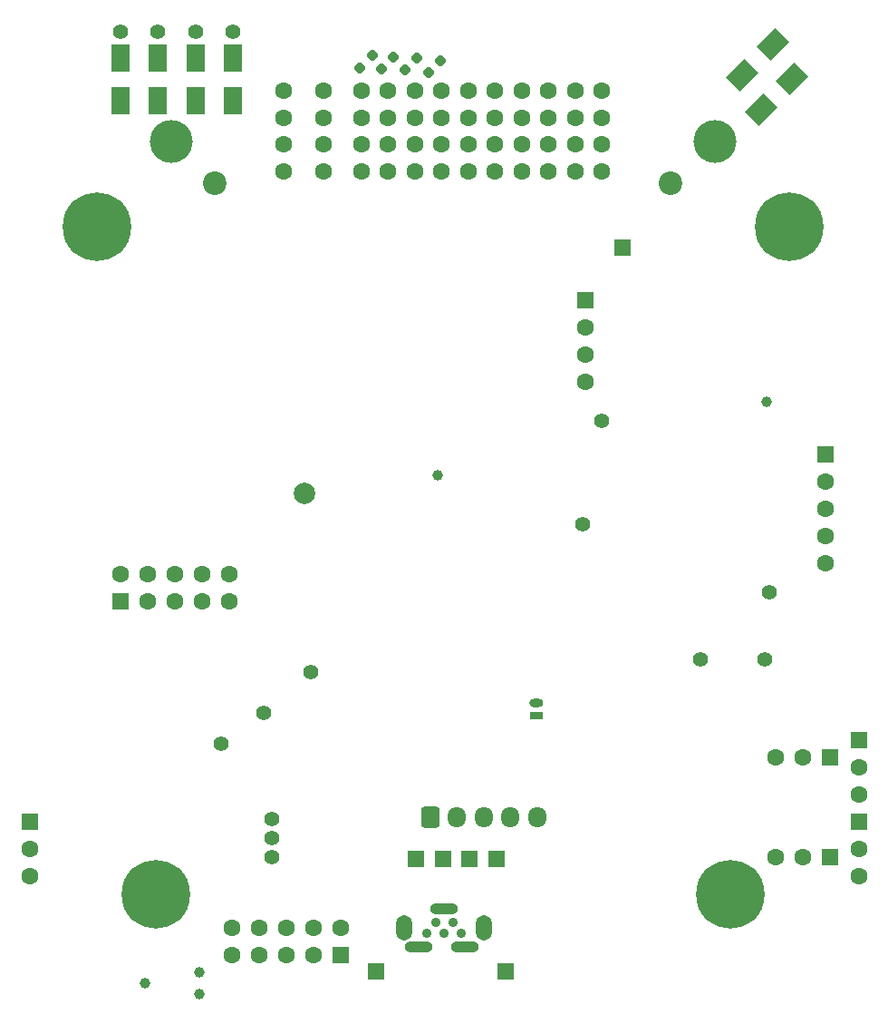
<source format=gbr>
%TF.GenerationSoftware,KiCad,Pcbnew,6.0.10-86aedd382b~118~ubuntu22.04.1*%
%TF.CreationDate,2023-01-19T22:03:15+01:00*%
%TF.ProjectId,micro_rusEFI,6d696372-6f5f-4727-9573-4546492e6b69,R0.6.1rc*%
%TF.SameCoordinates,Original*%
%TF.FileFunction,Soldermask,Bot*%
%TF.FilePolarity,Negative*%
%FSLAX46Y46*%
G04 Gerber Fmt 4.6, Leading zero omitted, Abs format (unit mm)*
G04 Created by KiCad (PCBNEW 6.0.10-86aedd382b~118~ubuntu22.04.1) date 2023-01-19 22:03:15*
%MOMM*%
%LPD*%
G01*
G04 APERTURE LIST*
G04 Aperture macros list*
%AMRoundRect*
0 Rectangle with rounded corners*
0 $1 Rounding radius*
0 $2 $3 $4 $5 $6 $7 $8 $9 X,Y pos of 4 corners*
0 Add a 4 corners polygon primitive as box body*
4,1,4,$2,$3,$4,$5,$6,$7,$8,$9,$2,$3,0*
0 Add four circle primitives for the rounded corners*
1,1,$1+$1,$2,$3*
1,1,$1+$1,$4,$5*
1,1,$1+$1,$6,$7*
1,1,$1+$1,$8,$9*
0 Add four rect primitives between the rounded corners*
20,1,$1+$1,$2,$3,$4,$5,0*
20,1,$1+$1,$4,$5,$6,$7,0*
20,1,$1+$1,$6,$7,$8,$9,0*
20,1,$1+$1,$8,$9,$2,$3,0*%
%AMRotRect*
0 Rectangle, with rotation*
0 The origin of the aperture is its center*
0 $1 length*
0 $2 width*
0 $3 Rotation angle, in degrees counterclockwise*
0 Add horizontal line*
21,1,$1,$2,0,0,$3*%
G04 Aperture macros list end*
%ADD10C,0.889000*%
%ADD11O,1.500000X2.380000*%
%ADD12O,2.616200X1.016000*%
%ADD13C,0.990600*%
%ADD14C,4.000000*%
%ADD15C,2.200000*%
%ADD16C,1.600000*%
%ADD17C,1.400000*%
%ADD18R,1.600000X1.600000*%
%ADD19R,1.524000X1.524000*%
%ADD20R,1.300000X0.800000*%
%ADD21O,1.300000X0.800000*%
%ADD22RoundRect,0.249900X-0.600100X-0.725100X0.600100X-0.725100X0.600100X0.725100X-0.600100X0.725100X0*%
%ADD23O,1.700000X1.950000*%
%ADD24C,0.800000*%
%ADD25C,6.400000*%
%ADD26RotRect,2.500000X1.800000X225.000000*%
%ADD27C,1.000000*%
%ADD28C,2.000000*%
%ADD29R,1.800000X2.500000*%
%ADD30RoundRect,0.218750X0.026517X-0.335876X0.335876X-0.026517X-0.026517X0.335876X-0.335876X0.026517X0*%
G04 APERTURE END LIST*
D10*
X62534600Y-108221400D03*
X61734600Y-107221400D03*
X60934600Y-108221400D03*
X60134600Y-107221400D03*
X59334600Y-108221400D03*
D11*
X64634600Y-107721400D03*
D12*
X58534600Y-109471400D03*
X60934600Y-105971400D03*
X62834600Y-109471400D03*
D11*
X57234600Y-107721400D03*
D13*
X38100000Y-113919000D03*
X38100000Y-111887000D03*
X33020000Y-112903000D03*
D14*
X86224200Y-34317600D03*
X35424200Y-34317600D03*
D15*
X82124200Y-38167600D03*
X39524200Y-38167600D03*
D16*
X45974200Y-29567600D03*
X45974200Y-32067600D03*
X45974200Y-34567600D03*
X45974200Y-37067600D03*
X49674200Y-29567600D03*
X49674200Y-32067600D03*
X49674200Y-34567600D03*
X49674200Y-37067600D03*
X53174200Y-29567600D03*
X53174200Y-32067600D03*
X53174200Y-34567600D03*
X53174200Y-37067600D03*
X55674200Y-29567600D03*
X55674200Y-32067600D03*
X55674200Y-34567600D03*
X55674200Y-37067600D03*
X58174200Y-29567600D03*
X58174200Y-32067600D03*
X58174200Y-34567600D03*
X58174200Y-37067600D03*
X60674200Y-29567600D03*
X60674200Y-32067600D03*
X60674200Y-34567600D03*
X60674200Y-37067600D03*
X63174200Y-29567600D03*
X63174200Y-32067600D03*
X63174200Y-34567600D03*
X63174200Y-37067600D03*
X65674200Y-29567600D03*
X65674200Y-32067600D03*
X65674200Y-34567600D03*
X65674200Y-37067600D03*
X68174200Y-29567600D03*
X68174200Y-32067600D03*
X68174200Y-34567600D03*
X68174200Y-37067600D03*
X70674200Y-29567600D03*
X70674200Y-32067600D03*
X70674200Y-34567600D03*
X70674200Y-37067600D03*
X73174200Y-29567600D03*
X73174200Y-32067600D03*
X73174200Y-34567600D03*
X73174200Y-37067600D03*
X75674200Y-29567600D03*
X75674200Y-32067600D03*
X75674200Y-34567600D03*
X75674200Y-37067600D03*
D17*
X40093000Y-90550400D03*
X44792000Y-101091400D03*
X44792000Y-99313400D03*
X44792000Y-97535400D03*
D18*
X60811000Y-101240000D03*
X58311000Y-101240000D03*
D17*
X73900400Y-69999260D03*
X48475000Y-83819400D03*
X44030000Y-87629400D03*
D19*
X63311000Y-101240000D03*
X65811000Y-101240000D03*
D20*
X69557000Y-87934200D03*
D21*
X69557000Y-86689600D03*
D17*
X84851000Y-82651000D03*
X90851000Y-82651000D03*
D18*
X74103600Y-49145809D03*
D16*
X74103600Y-51685809D03*
X74103600Y-54225809D03*
X74103600Y-56765809D03*
D18*
X96525450Y-63499400D03*
D16*
X96525450Y-66039400D03*
X96525450Y-68579400D03*
X96525450Y-71119400D03*
X96525450Y-73659400D03*
D18*
X51238520Y-110258260D03*
D16*
X51238520Y-107718260D03*
X48698520Y-110258260D03*
X48698520Y-107718260D03*
X46158520Y-110258260D03*
X46158520Y-107718260D03*
X43618520Y-110258260D03*
X43618520Y-107718260D03*
X41078520Y-110258260D03*
X41078520Y-107718260D03*
D18*
X30733100Y-77215400D03*
D16*
X30733100Y-74675400D03*
X33273100Y-77215400D03*
X33273100Y-74675400D03*
X35813100Y-77215400D03*
X35813100Y-74675400D03*
X38353100Y-77215400D03*
X38353100Y-74675400D03*
X40893100Y-77215400D03*
X40893100Y-74675400D03*
D18*
X77558000Y-44246200D03*
X54596400Y-111759400D03*
X66661400Y-111759400D03*
X22211400Y-97789400D03*
D16*
X22211400Y-100329400D03*
X22211400Y-102869400D03*
D18*
X99681400Y-97789400D03*
D16*
X99681400Y-100329400D03*
X99681400Y-102869400D03*
D18*
X99681400Y-90169400D03*
D16*
X99681400Y-92709400D03*
X99681400Y-95249400D03*
D18*
X97014400Y-101091400D03*
D16*
X94474400Y-101091400D03*
X91934400Y-101091400D03*
D18*
X97014400Y-91820400D03*
D16*
X94474400Y-91820400D03*
X91934400Y-91820400D03*
D17*
X30700000Y-24100000D03*
X34200000Y-24100000D03*
X41200000Y-24100000D03*
X37700000Y-24100000D03*
D22*
X59625000Y-97425000D03*
D23*
X62125000Y-97425000D03*
X64625000Y-97425000D03*
X67125000Y-97425000D03*
X69625000Y-97425000D03*
D24*
X26110600Y-42300600D03*
D25*
X28510600Y-42300600D03*
D24*
X30910600Y-42300600D03*
X26813544Y-40603544D03*
X30207656Y-43997656D03*
X30207656Y-40603544D03*
X28510600Y-44700600D03*
X26813544Y-43997656D03*
X28510600Y-39900600D03*
X90100000Y-104568700D03*
X86002944Y-106265756D03*
D25*
X87700000Y-104568700D03*
D24*
X87700000Y-106968700D03*
X86002944Y-102871644D03*
X87700000Y-102168700D03*
X89397056Y-102871644D03*
X89397056Y-106265756D03*
X85300000Y-104568700D03*
X93150000Y-44700000D03*
X94847056Y-43997056D03*
X90750000Y-42300000D03*
X91452944Y-40602944D03*
D25*
X93150000Y-42300000D03*
D24*
X91452944Y-43997056D03*
X94847056Y-40602944D03*
X93150000Y-39900000D03*
X95550000Y-42300000D03*
D25*
X34021500Y-104568700D03*
D24*
X34021500Y-102168700D03*
X35718556Y-106265756D03*
X36421500Y-104568700D03*
X32324444Y-106265756D03*
X31621500Y-104568700D03*
X35718556Y-102871644D03*
X34021500Y-106968700D03*
X32324444Y-102871644D03*
D26*
X93414214Y-28485786D03*
X90585786Y-31314214D03*
X91614214Y-25285786D03*
X88785786Y-28114214D03*
D27*
X91084400Y-58648600D03*
X60350000Y-65450000D03*
D28*
X47879000Y-67183000D03*
D29*
X41200000Y-30500000D03*
X41200000Y-26500000D03*
X34200000Y-30500000D03*
X34200000Y-26500000D03*
X30700000Y-30500000D03*
X30700000Y-26500000D03*
X37700000Y-30500000D03*
X37700000Y-26500000D03*
D17*
X91350000Y-76400000D03*
X75650000Y-60400000D03*
D30*
X59443153Y-27856847D03*
X60556847Y-26743153D03*
X55043153Y-27556847D03*
X56156847Y-26443153D03*
X57243153Y-27656847D03*
X58356847Y-26543153D03*
X53086306Y-27413694D03*
X54200000Y-26300000D03*
M02*

</source>
